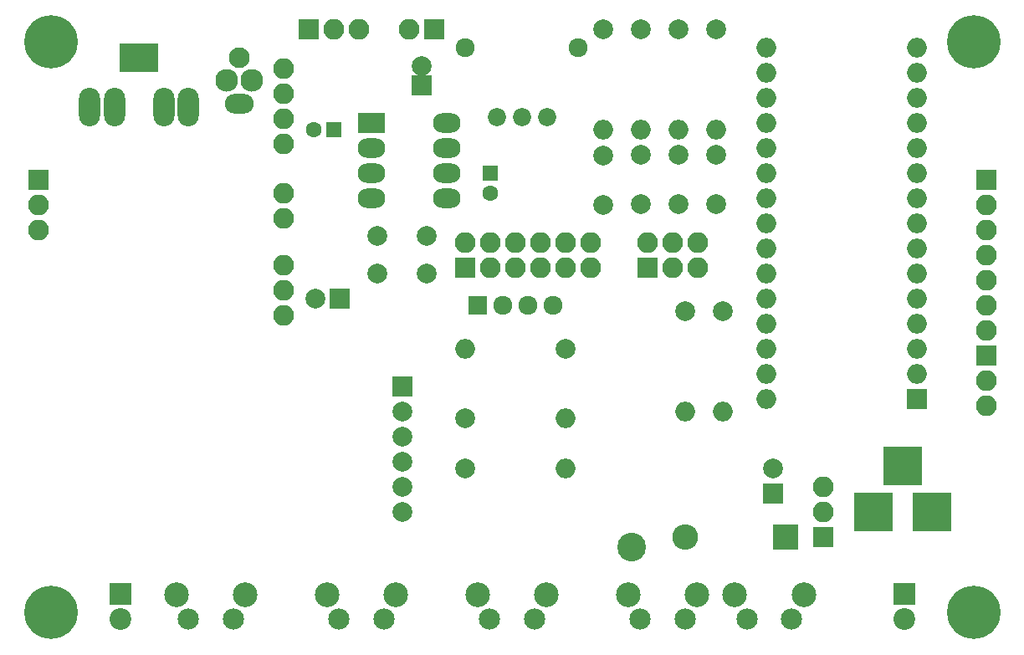
<source format=gts>
G04 #@! TF.GenerationSoftware,KiCad,Pcbnew,(5.1.5)-3*
G04 #@! TF.CreationDate,2020-06-08T20:19:08+02:00*
G04 #@! TF.ProjectId,8bitWave Module,38626974-5761-4766-9520-4d6f64756c65,rev?*
G04 #@! TF.SameCoordinates,Original*
G04 #@! TF.FileFunction,Soldermask,Top*
G04 #@! TF.FilePolarity,Negative*
%FSLAX46Y46*%
G04 Gerber Fmt 4.6, Leading zero omitted, Abs format (unit mm)*
G04 Created by KiCad (PCBNEW (5.1.5)-3) date 2020-06-08 20:19:08*
%MOMM*%
%LPD*%
G04 APERTURE LIST*
%ADD10C,2.000000*%
%ADD11R,2.000000X2.000000*%
%ADD12R,2.100000X2.100000*%
%ADD13O,2.100000X2.100000*%
%ADD14C,2.300000*%
%ADD15O,2.900000X2.000000*%
%ADD16C,2.100000*%
%ADD17C,2.900000*%
%ADD18C,1.924000*%
%ADD19R,1.924000X1.924000*%
%ADD20O,2.000000X2.000000*%
%ADD21O,2.600000X2.600000*%
%ADD22R,2.600000X2.600000*%
%ADD23R,3.900000X3.900000*%
%ADD24C,2.500000*%
%ADD25C,2.150000*%
%ADD26C,5.400000*%
%ADD27R,2.800000X2.000000*%
%ADD28O,2.800000X2.000000*%
%ADD29R,1.600000X1.600000*%
%ADD30C,1.600000*%
%ADD31R,2.200000X2.200000*%
%ADD32C,2.200000*%
%ADD33R,3.900000X2.900000*%
%ADD34O,2.150000X3.900000*%
%ADD35C,1.840000*%
G04 APERTURE END LIST*
D10*
X109220000Y-128905000D03*
X109220000Y-126365000D03*
X109220000Y-123825000D03*
X109220000Y-121285000D03*
X109220000Y-118745000D03*
D11*
X109220000Y-116205000D03*
D12*
X112395000Y-80010000D03*
D13*
X109855000Y-80010000D03*
D14*
X93960000Y-85175000D03*
D15*
X92710000Y-87575000D03*
D14*
X91460000Y-85175000D03*
D16*
X92710000Y-82875000D03*
D17*
X132400000Y-132450000D03*
D18*
X124460000Y-107950000D03*
X121920000Y-107950000D03*
X119380000Y-107950000D03*
D19*
X116840000Y-107950000D03*
D13*
X97155000Y-108990000D03*
X97155000Y-106450000D03*
X97155000Y-103910000D03*
X97155000Y-99190000D03*
X97155000Y-96650000D03*
X97155000Y-91590000D03*
X97155000Y-89050000D03*
X97155000Y-86510000D03*
X97155000Y-83970000D03*
X72390000Y-100330000D03*
X72390000Y-97790000D03*
D12*
X72390000Y-95250000D03*
D11*
X161290000Y-117475000D03*
D20*
X146050000Y-84455000D03*
X161290000Y-114935000D03*
X146050000Y-86995000D03*
X161290000Y-112395000D03*
X146050000Y-89535000D03*
X161290000Y-109855000D03*
X146050000Y-92075000D03*
X161290000Y-107315000D03*
X146050000Y-94615000D03*
X161290000Y-104775000D03*
X146050000Y-97155000D03*
X161290000Y-102235000D03*
X146050000Y-99695000D03*
X161290000Y-99695000D03*
X146050000Y-102235000D03*
X161290000Y-97155000D03*
X146050000Y-104775000D03*
X161290000Y-94615000D03*
X146050000Y-107315000D03*
X161290000Y-92075000D03*
X146050000Y-109855000D03*
X161290000Y-89535000D03*
X146050000Y-112395000D03*
X161290000Y-86995000D03*
X146050000Y-114935000D03*
X161290000Y-84455000D03*
X146050000Y-117475000D03*
X161290000Y-81915000D03*
X146050000Y-81915000D03*
D11*
X111125000Y-85725000D03*
D10*
X111125000Y-83725000D03*
D21*
X137795000Y-131445000D03*
D22*
X147955000Y-131445000D03*
D13*
X151765000Y-126365000D03*
X151765000Y-128905000D03*
D12*
X151765000Y-131445000D03*
D13*
X139065000Y-101600000D03*
X139065000Y-104140000D03*
X136525000Y-101600000D03*
X136525000Y-104140000D03*
X133985000Y-101600000D03*
D12*
X133985000Y-104140000D03*
D23*
X159845000Y-124205000D03*
X162845000Y-128905000D03*
X156845000Y-128905000D03*
D12*
X168275000Y-95250000D03*
D13*
X168275000Y-97790000D03*
X168275000Y-100330000D03*
X168275000Y-102870000D03*
X168275000Y-105410000D03*
X168275000Y-107950000D03*
X168275000Y-110490000D03*
D24*
X132035000Y-137210000D03*
D25*
X133295000Y-139700000D03*
X137795000Y-139700000D03*
D24*
X139045000Y-137210000D03*
X142830000Y-137210000D03*
D25*
X144090000Y-139700000D03*
X148590000Y-139700000D03*
D24*
X149840000Y-137210000D03*
X101555000Y-137210000D03*
D25*
X102815000Y-139700000D03*
X107315000Y-139700000D03*
D24*
X108565000Y-137210000D03*
X86315000Y-137210000D03*
D25*
X87575000Y-139700000D03*
X92075000Y-139700000D03*
D24*
X93325000Y-137210000D03*
X116795000Y-137210000D03*
D25*
X118055000Y-139700000D03*
X122555000Y-139700000D03*
D24*
X123805000Y-137210000D03*
D26*
X73660000Y-139065000D03*
X167005000Y-139065000D03*
X167005000Y-81280000D03*
X73660000Y-81280000D03*
D10*
X133350000Y-80010000D03*
D20*
X133350000Y-90170000D03*
D10*
X137160000Y-80010000D03*
D20*
X137160000Y-90170000D03*
D10*
X140970000Y-80010000D03*
D20*
X140970000Y-90170000D03*
D10*
X129540000Y-80010000D03*
D20*
X129540000Y-90170000D03*
D10*
X125730000Y-112395000D03*
D20*
X115570000Y-112395000D03*
D27*
X106045000Y-89535000D03*
D28*
X113665000Y-97155000D03*
X106045000Y-92075000D03*
X113665000Y-94615000D03*
X106045000Y-94615000D03*
X113665000Y-92075000D03*
X106045000Y-97155000D03*
X113665000Y-89535000D03*
D10*
X129540000Y-97790000D03*
X129540000Y-92790000D03*
X133350000Y-92710000D03*
X133350000Y-97710000D03*
X137160000Y-92710000D03*
X137160000Y-97710000D03*
X140970000Y-92710000D03*
X140970000Y-97710000D03*
X111680000Y-100965000D03*
X106680000Y-100965000D03*
D29*
X118110000Y-94615000D03*
D30*
X118110000Y-96615000D03*
D29*
X102235000Y-90170000D03*
D30*
X100235000Y-90170000D03*
D10*
X111680000Y-104775000D03*
X106680000Y-104775000D03*
D11*
X102870000Y-107315000D03*
D10*
X100370000Y-107315000D03*
D31*
X80645000Y-137160000D03*
D32*
X80645000Y-139700000D03*
D10*
X115570000Y-124460000D03*
D20*
X125730000Y-124460000D03*
D33*
X82550000Y-82859000D03*
D34*
X87550000Y-87865000D03*
X77550000Y-87865000D03*
X85050000Y-87865000D03*
X80050000Y-87865000D03*
D31*
X160020000Y-137160000D03*
D32*
X160020000Y-139700000D03*
D10*
X115570000Y-119380000D03*
D20*
X125730000Y-119380000D03*
D12*
X168275000Y-113030000D03*
D13*
X168275000Y-115570000D03*
X168275000Y-118110000D03*
D10*
X137795000Y-108585000D03*
D20*
X137795000Y-118745000D03*
D10*
X141605000Y-108585000D03*
D20*
X141605000Y-118745000D03*
D13*
X128270000Y-101600000D03*
X128270000Y-104140000D03*
X125730000Y-101600000D03*
X125730000Y-104140000D03*
X123190000Y-101600000D03*
X123190000Y-104140000D03*
X120650000Y-101600000D03*
X120650000Y-104140000D03*
X118110000Y-101600000D03*
X118110000Y-104140000D03*
X115570000Y-101600000D03*
D12*
X115570000Y-104140000D03*
D35*
X123825000Y-88900000D03*
X121285000Y-88900000D03*
X118745000Y-88900000D03*
D18*
X127000000Y-81915000D03*
X115570000Y-81915000D03*
D13*
X104775000Y-80010000D03*
X102235000Y-80010000D03*
D12*
X99695000Y-80010000D03*
D10*
X146685000Y-124500000D03*
D11*
X146685000Y-127000000D03*
M02*

</source>
